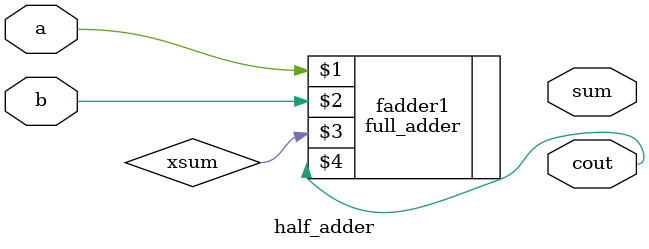
<source format=v>
module half_adder( 
input a, b,
output cout, sum );

wire xsum, ysum;

full_adder fadder1(a, b, xsum, cout);

and a1(xsum, xsum, xsum);
and a2(ysum, ysum, xsum);

or o1(Cout, A, ysum);

endmodule

</source>
